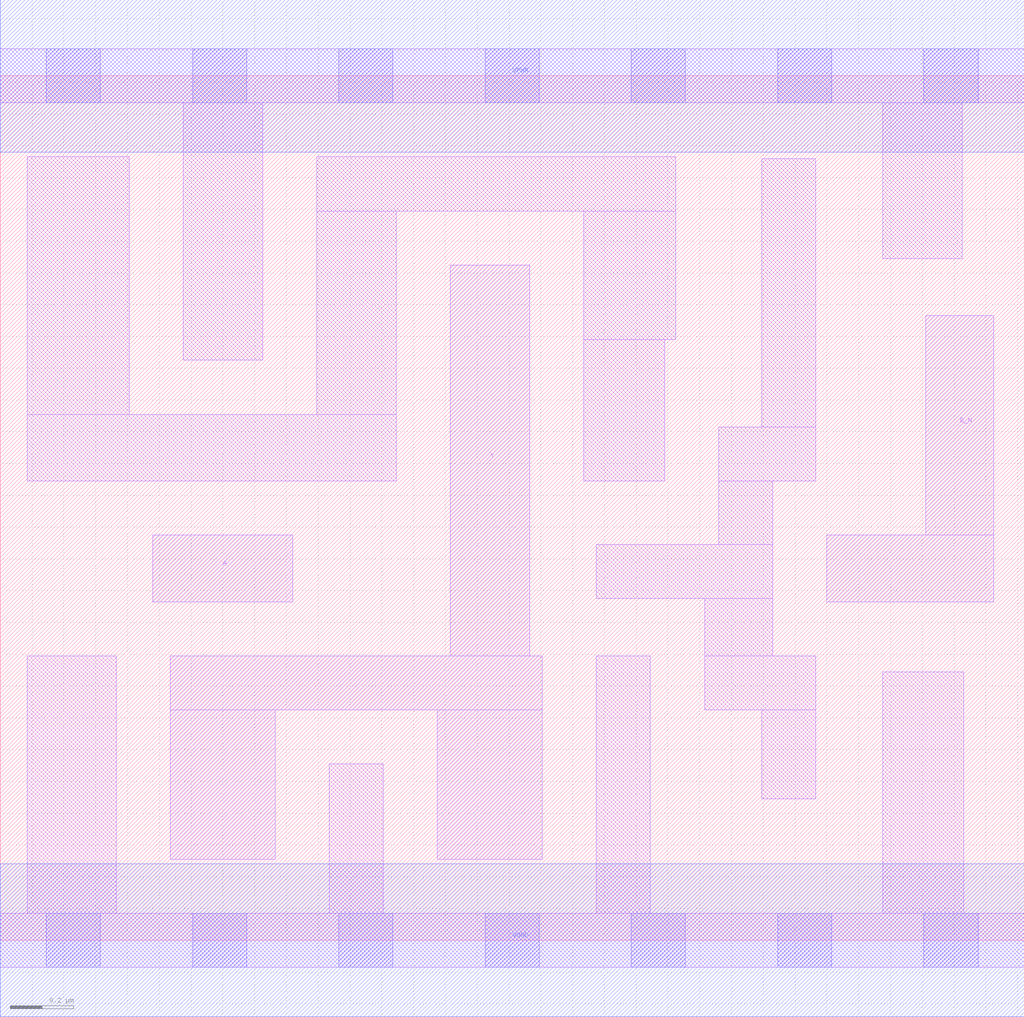
<source format=lef>
# Copyright 2020 The SkyWater PDK Authors
#
# Licensed under the Apache License, Version 2.0 (the "License");
# you may not use this file except in compliance with the License.
# You may obtain a copy of the License at
#
#     https://www.apache.org/licenses/LICENSE-2.0
#
# Unless required by applicable law or agreed to in writing, software
# distributed under the License is distributed on an "AS IS" BASIS,
# WITHOUT WARRANTIES OR CONDITIONS OF ANY KIND, either express or implied.
# See the License for the specific language governing permissions and
# limitations under the License.
#
# SPDX-License-Identifier: Apache-2.0

VERSION 5.7 ;
  NAMESCASESENSITIVE ON ;
  NOWIREEXTENSIONATPIN ON ;
  DIVIDERCHAR "/" ;
  BUSBITCHARS "[]" ;
UNITS
  DATABASE MICRONS 200 ;
END UNITS
MACRO sky130_fd_sc_hd__nor2b_2
  CLASS CORE ;
  SOURCE USER ;
  FOREIGN sky130_fd_sc_hd__nor2b_2 ;
  ORIGIN  0.000000  0.000000 ;
  SIZE  3.220000 BY  2.720000 ;
  SYMMETRY X Y R90 ;
  SITE unithd ;
  PIN A
    ANTENNAGATEAREA  0.495000 ;
    DIRECTION INPUT ;
    USE SIGNAL ;
    PORT
      LAYER li1 ;
        RECT 0.480000 1.065000 0.920000 1.275000 ;
    END
  END A
  PIN B_N
    ANTENNAGATEAREA  0.126000 ;
    DIRECTION INPUT ;
    USE SIGNAL ;
    PORT
      LAYER li1 ;
        RECT 2.600000 1.065000 3.125000 1.275000 ;
        RECT 2.910000 1.275000 3.125000 1.965000 ;
    END
  END B_N
  PIN Y
    ANTENNADIFFAREA  0.621000 ;
    DIRECTION OUTPUT ;
    USE SIGNAL ;
    PORT
      LAYER li1 ;
        RECT 0.535000 0.255000 0.865000 0.725000 ;
        RECT 0.535000 0.725000 1.705000 0.895000 ;
        RECT 1.375000 0.255000 1.705000 0.725000 ;
        RECT 1.415000 0.895000 1.665000 2.125000 ;
    END
  END Y
  PIN VGND
    DIRECTION INOUT ;
    SHAPE ABUTMENT ;
    USE GROUND ;
    PORT
      LAYER met1 ;
        RECT 0.000000 -0.240000 3.220000 0.240000 ;
    END
  END VGND
  PIN VPWR
    DIRECTION INOUT ;
    SHAPE ABUTMENT ;
    USE POWER ;
    PORT
      LAYER met1 ;
        RECT 0.000000 2.480000 3.220000 2.960000 ;
    END
  END VPWR
  OBS
    LAYER li1 ;
      RECT 0.000000 -0.085000 3.220000 0.085000 ;
      RECT 0.000000  2.635000 3.220000 2.805000 ;
      RECT 0.085000  0.085000 0.365000 0.895000 ;
      RECT 0.085000  1.445000 1.245000 1.655000 ;
      RECT 0.085000  1.655000 0.405000 2.465000 ;
      RECT 0.575000  1.825000 0.825000 2.635000 ;
      RECT 0.995000  1.655000 1.245000 2.295000 ;
      RECT 0.995000  2.295000 2.125000 2.465000 ;
      RECT 1.035000  0.085000 1.205000 0.555000 ;
      RECT 1.835000  1.445000 2.090000 1.890000 ;
      RECT 1.835000  1.890000 2.125000 2.295000 ;
      RECT 1.875000  0.085000 2.045000 0.895000 ;
      RECT 1.875000  1.075000 2.430000 1.245000 ;
      RECT 2.215000  0.725000 2.565000 0.895000 ;
      RECT 2.215000  0.895000 2.430000 1.075000 ;
      RECT 2.260000  1.245000 2.430000 1.445000 ;
      RECT 2.260000  1.445000 2.565000 1.615000 ;
      RECT 2.395000  0.445000 2.565000 0.725000 ;
      RECT 2.395000  1.615000 2.565000 2.460000 ;
      RECT 2.775000  0.085000 3.030000 0.845000 ;
      RECT 2.775000  2.145000 3.025000 2.635000 ;
    LAYER mcon ;
      RECT 0.145000 -0.085000 0.315000 0.085000 ;
      RECT 0.145000  2.635000 0.315000 2.805000 ;
      RECT 0.605000 -0.085000 0.775000 0.085000 ;
      RECT 0.605000  2.635000 0.775000 2.805000 ;
      RECT 1.065000 -0.085000 1.235000 0.085000 ;
      RECT 1.065000  2.635000 1.235000 2.805000 ;
      RECT 1.525000 -0.085000 1.695000 0.085000 ;
      RECT 1.525000  2.635000 1.695000 2.805000 ;
      RECT 1.985000 -0.085000 2.155000 0.085000 ;
      RECT 1.985000  2.635000 2.155000 2.805000 ;
      RECT 2.445000 -0.085000 2.615000 0.085000 ;
      RECT 2.445000  2.635000 2.615000 2.805000 ;
      RECT 2.905000 -0.085000 3.075000 0.085000 ;
      RECT 2.905000  2.635000 3.075000 2.805000 ;
  END
END sky130_fd_sc_hd__nor2b_2
END LIBRARY

</source>
